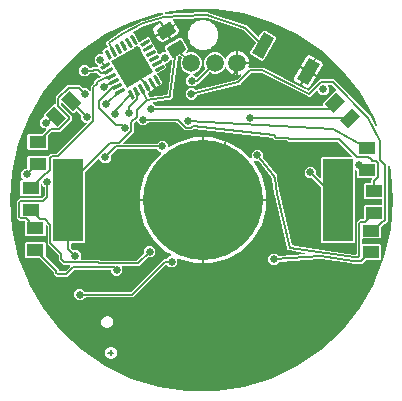
<source format=gbl>
G04 EAGLE Gerber RS-274X export*
G75*
%MOMM*%
%FSLAX34Y34*%
%LPD*%
%INBottom Copper*%
%IPPOS*%
%AMOC8*
5,1,8,0,0,1.08239X$1,22.5*%
G01*
G04 Define Apertures*
%ADD10C,0.152400*%
%ADD11R,2.540000X7.000000*%
%ADD12C,10.160000*%
%ADD13R,1.420200X1.031200*%
%ADD14R,1.031200X1.420200*%
%ADD15C,0.065000*%
%ADD16R,2.600000X2.600000*%
%ADD17R,2.000000X1.050000*%
%ADD18C,0.254000*%
%ADD19C,1.500000*%
%ADD20C,0.654800*%
%ADD21C,0.904800*%
G36*
X146907Y63028D02*
X147136Y63220D01*
X147272Y63485D01*
X147294Y63783D01*
X147249Y63962D01*
X144737Y70362D01*
X144688Y70463D01*
X132617Y91371D01*
X132553Y91464D01*
X117500Y110340D01*
X117424Y110422D01*
X99726Y126844D01*
X99638Y126913D01*
X79690Y140514D01*
X79593Y140570D01*
X57841Y151045D01*
X57737Y151086D01*
X34666Y158202D01*
X34557Y158227D01*
X10683Y161826D01*
X10572Y161834D01*
X-13572Y161834D01*
X-13683Y161826D01*
X-31838Y159089D01*
X-32118Y158987D01*
X-32337Y158783D01*
X-32458Y158511D01*
X-32464Y158212D01*
X-32353Y157935D01*
X-32142Y157724D01*
X-31866Y157611D01*
X-31676Y157599D01*
X-20030Y158376D01*
X-19880Y158417D01*
X-18804Y158458D01*
X-18782Y158459D01*
X-17725Y158529D01*
X-17554Y158505D01*
X2476Y159267D01*
X2780Y159345D01*
X3047Y159477D01*
X3414Y159352D01*
X3683Y159313D01*
X4071Y159328D01*
X4289Y159126D01*
X4559Y158965D01*
X36175Y148273D01*
X36418Y148233D01*
X36861Y148234D01*
X37032Y148064D01*
X37321Y147885D01*
X37549Y147808D01*
X37746Y147410D01*
X37889Y147211D01*
X46450Y138692D01*
X46699Y138528D01*
X46992Y138474D01*
X47284Y138539D01*
X47527Y138712D01*
X47628Y138849D01*
X50375Y143606D01*
X51594Y143933D01*
X61781Y138052D01*
X62108Y136832D01*
X51477Y118419D01*
X50257Y118092D01*
X40071Y123973D01*
X39744Y125193D01*
X44487Y133408D01*
X44582Y133691D01*
X44559Y133989D01*
X44367Y134315D01*
X34808Y143828D01*
X34519Y144006D01*
X3009Y154663D01*
X2740Y154702D01*
X-18544Y153892D01*
X-18565Y153891D01*
X-24918Y153468D01*
X-25206Y153389D01*
X-25441Y153204D01*
X-25585Y152943D01*
X-25615Y152646D01*
X-25518Y152344D01*
X-23772Y149320D01*
X-31361Y144939D01*
X-34980Y151208D01*
X-35077Y151152D01*
X-35072Y151269D01*
X-35175Y151549D01*
X-35380Y151766D01*
X-35653Y151886D01*
X-36035Y151870D01*
X-49620Y147647D01*
X-49740Y147598D01*
X-58976Y142858D01*
X-59210Y142672D01*
X-59351Y142409D01*
X-59380Y142112D01*
X-59290Y141827D01*
X-59096Y141600D01*
X-58828Y141466D01*
X-58725Y141439D01*
X-54766Y134582D01*
X-54568Y134359D01*
X-54299Y134230D01*
X-54001Y134216D01*
X-53742Y134308D01*
X-46885Y138266D01*
X-45406Y137870D01*
X-43665Y134855D01*
X-43749Y134542D01*
X-43767Y134244D01*
X-43668Y133963D01*
X-43466Y133742D01*
X-43218Y133624D01*
X-42906Y133540D01*
X-41165Y130525D01*
X-41249Y130212D01*
X-41267Y129914D01*
X-41168Y129633D01*
X-40966Y129412D01*
X-40718Y129293D01*
X-40406Y129210D01*
X-38665Y126194D01*
X-38749Y125882D01*
X-38767Y125584D01*
X-38668Y125302D01*
X-38466Y125082D01*
X-38218Y124963D01*
X-37906Y124880D01*
X-37313Y123854D01*
X-37116Y123630D01*
X-36846Y123501D01*
X-36548Y123488D01*
X-36268Y123591D01*
X-36134Y123698D01*
X-34359Y125473D01*
X-32127Y125473D01*
X-31834Y125532D01*
X-31588Y125701D01*
X-31427Y125953D01*
X-31377Y126247D01*
X-31477Y126598D01*
X-32602Y128547D01*
X-32003Y130783D01*
X-20100Y137655D01*
X-17865Y137056D01*
X-12897Y128453D01*
X-13496Y126217D01*
X-14344Y125727D01*
X-14567Y125530D01*
X-14696Y125260D01*
X-14710Y124962D01*
X-14606Y124682D01*
X-14401Y124465D01*
X-14128Y124345D01*
X-13830Y124341D01*
X-13682Y124385D01*
X-11730Y125193D01*
X-8140Y125193D01*
X-4824Y123820D01*
X-2285Y121281D01*
X-911Y117964D01*
X-911Y114374D01*
X-2285Y111058D01*
X-4824Y108519D01*
X-7714Y107322D01*
X-7961Y107155D01*
X-8124Y106905D01*
X-8177Y106611D01*
X-8110Y106320D01*
X-7957Y106099D01*
X-6193Y104335D01*
X-5944Y104170D01*
X-5651Y104115D01*
X-5359Y104179D01*
X-5132Y104335D01*
X1899Y111366D01*
X2063Y111615D01*
X2118Y111908D01*
X2061Y112183D01*
X1082Y114546D01*
X1082Y118136D01*
X2456Y121452D01*
X4995Y123991D01*
X8311Y125365D01*
X11901Y125365D01*
X15218Y123991D01*
X17757Y121452D01*
X18164Y120469D01*
X18331Y120222D01*
X18581Y120059D01*
X18875Y120007D01*
X19166Y120073D01*
X19408Y120248D01*
X19550Y120469D01*
X20266Y122199D01*
X23091Y125024D01*
X26781Y126552D01*
X28016Y126552D01*
X28016Y106472D01*
X26781Y106472D01*
X23091Y108001D01*
X20266Y110825D01*
X19621Y112384D01*
X19454Y112631D01*
X19204Y112794D01*
X18910Y112846D01*
X18619Y112780D01*
X18377Y112605D01*
X18235Y112383D01*
X17757Y111229D01*
X15218Y108691D01*
X11901Y107317D01*
X8311Y107317D01*
X5949Y108295D01*
X5656Y108352D01*
X5364Y108291D01*
X5131Y108133D01*
X-4167Y98834D01*
X-4954Y98834D01*
X-5246Y98775D01*
X-5484Y98614D01*
X-7776Y96322D01*
X-11751Y96322D01*
X-14562Y99133D01*
X-14562Y103107D01*
X-11671Y105998D01*
X-11506Y106247D01*
X-11451Y106541D01*
X-11515Y106832D01*
X-11688Y107076D01*
X-11914Y107222D01*
X-15047Y108519D01*
X-17585Y111058D01*
X-18959Y114374D01*
X-18959Y117964D01*
X-18055Y120148D01*
X-17997Y120441D01*
X-18059Y120733D01*
X-18227Y120976D01*
X-19451Y122153D01*
X-19703Y122313D01*
X-19997Y122362D01*
X-20346Y122262D01*
X-20987Y121892D01*
X-21211Y121694D01*
X-21356Y121337D01*
X-25258Y90639D01*
X-25328Y90086D01*
X-25551Y88333D01*
X-25551Y88333D01*
X-25632Y87698D01*
X-28342Y85041D01*
X-30229Y84839D01*
X-41964Y83584D01*
X-42249Y83493D01*
X-42475Y83299D01*
X-42609Y83032D01*
X-42627Y82734D01*
X-42528Y82453D01*
X-42415Y82307D01*
X-40070Y79963D01*
X-39821Y79798D01*
X-39539Y79743D01*
X100580Y79743D01*
X100873Y79802D01*
X101119Y79971D01*
X101280Y80223D01*
X101330Y80493D01*
X101330Y82001D01*
X112351Y93022D01*
X112559Y93164D01*
X112720Y93416D01*
X112770Y93710D01*
X112701Y94001D01*
X112551Y94217D01*
X109273Y97494D01*
X109024Y97659D01*
X108742Y97714D01*
X106720Y97714D01*
X106428Y97655D01*
X106182Y97486D01*
X106021Y97234D01*
X105971Y96940D01*
X106040Y96650D01*
X106190Y96434D01*
X106649Y95975D01*
X106649Y92000D01*
X103838Y89190D01*
X99863Y89190D01*
X97053Y92000D01*
X97053Y92009D01*
X96993Y92302D01*
X96825Y92548D01*
X96573Y92709D01*
X96279Y92759D01*
X95988Y92690D01*
X95772Y92540D01*
X91965Y88732D01*
X91824Y88537D01*
X91621Y88131D01*
X91403Y88058D01*
X91110Y87877D01*
X90947Y87714D01*
X90493Y87714D01*
X90256Y87676D01*
X89825Y87532D01*
X89619Y87635D01*
X89283Y87714D01*
X89053Y87714D01*
X88732Y88035D01*
X88537Y88176D01*
X49619Y107635D01*
X49283Y107714D01*
X41258Y107714D01*
X40965Y107655D01*
X40727Y107494D01*
X31881Y98648D01*
X31768Y98503D01*
X31473Y98012D01*
X31370Y97986D01*
X31022Y97789D01*
X30947Y97714D01*
X30374Y97714D01*
X30192Y97692D01*
X-4634Y88985D01*
X-4903Y88857D01*
X-5101Y88633D01*
X-5202Y88258D01*
X-5202Y88013D01*
X-8013Y85202D01*
X-11987Y85202D01*
X-14798Y88013D01*
X-14798Y91987D01*
X-11987Y94798D01*
X-8013Y94798D01*
X-6757Y93542D01*
X-6508Y93378D01*
X-6215Y93323D01*
X-6045Y93345D01*
X28630Y102014D01*
X28978Y102211D01*
X32316Y105549D01*
X32481Y105797D01*
X32535Y106091D01*
X32471Y106382D01*
X32299Y106626D01*
X32045Y106783D01*
X31750Y106828D01*
X31498Y106772D01*
X30775Y106472D01*
X29540Y106472D01*
X29540Y115750D01*
X38818Y115750D01*
X38818Y114515D01*
X38324Y113323D01*
X38267Y113030D01*
X38329Y112738D01*
X38499Y112493D01*
X38752Y112334D01*
X39017Y112286D01*
X49507Y112286D01*
X49744Y112325D01*
X50175Y112468D01*
X50381Y112365D01*
X50717Y112286D01*
X50947Y112286D01*
X51268Y111965D01*
X51463Y111824D01*
X85950Y94581D01*
X86239Y94503D01*
X86534Y94544D01*
X86791Y94697D01*
X86967Y94938D01*
X87035Y95228D01*
X86985Y95522D01*
X86824Y95774D01*
X86661Y95901D01*
X83464Y97747D01*
X89353Y107947D01*
X95440Y104433D01*
X90420Y95738D01*
X90351Y95532D01*
X90314Y95526D01*
X88150Y94947D01*
X87883Y94814D01*
X87689Y94587D01*
X87599Y94302D01*
X87627Y94005D01*
X87768Y93742D01*
X88009Y93551D01*
X89065Y93023D01*
X89353Y92946D01*
X89649Y92986D01*
X89931Y93164D01*
X91039Y94272D01*
X91204Y94520D01*
X91226Y94640D01*
X91298Y94648D01*
X91599Y94832D01*
X99053Y102286D01*
X110947Y102286D01*
X141110Y72123D01*
X141403Y71942D01*
X141621Y71869D01*
X141824Y71463D01*
X141965Y71268D01*
X142286Y70947D01*
X142286Y70717D01*
X142365Y70381D01*
X145880Y63353D01*
X146064Y63117D01*
X146325Y62973D01*
X146621Y62941D01*
X146907Y63028D01*
G37*
%LPC*%
G36*
X-1331Y127441D02*
X-1497Y127460D01*
X-2494Y127460D01*
X-3763Y127986D01*
X-3883Y128024D01*
X-5581Y128411D01*
X-6352Y129026D01*
X-6532Y129133D01*
X-7103Y129369D01*
X-8339Y130605D01*
X-8402Y130661D01*
X-10056Y131980D01*
X-10318Y132525D01*
X-10464Y132730D01*
X-10631Y132897D01*
X-11443Y134857D01*
X-11460Y134895D01*
X-12540Y137138D01*
X-12540Y142862D01*
X-11460Y145105D01*
X-11443Y145143D01*
X-10631Y147103D01*
X-10464Y147270D01*
X-10318Y147475D01*
X-10056Y148020D01*
X-8402Y149339D01*
X-8339Y149395D01*
X-7103Y150631D01*
X-6532Y150867D01*
X-6352Y150974D01*
X-5581Y151589D01*
X-3883Y151976D01*
X-3763Y152014D01*
X-2494Y152540D01*
X-1497Y152540D01*
X-1331Y152559D01*
X0Y152863D01*
X1331Y152559D01*
X1497Y152540D01*
X2494Y152540D01*
X3763Y152014D01*
X3883Y151976D01*
X5581Y151589D01*
X6352Y150974D01*
X6532Y150867D01*
X7103Y150631D01*
X8339Y149395D01*
X8402Y149339D01*
X10056Y148020D01*
X10318Y147475D01*
X10464Y147270D01*
X10631Y147103D01*
X11443Y145143D01*
X11460Y145105D01*
X12540Y142862D01*
X12540Y137138D01*
X11460Y134895D01*
X11443Y134857D01*
X10631Y132897D01*
X10464Y132730D01*
X10318Y132525D01*
X10056Y131980D01*
X8402Y130661D01*
X8339Y130605D01*
X7103Y129369D01*
X6532Y129133D01*
X6352Y129026D01*
X5581Y128411D01*
X3883Y128024D01*
X3763Y127986D01*
X2494Y127460D01*
X1497Y127460D01*
X1331Y127441D01*
X0Y127138D01*
X-1331Y127441D01*
G37*
G36*
X-42583Y143802D02*
X-41766Y146850D01*
X-36110Y150116D01*
X-32681Y144177D01*
X-40270Y139795D01*
X-42583Y143802D01*
G37*
G36*
X-30599Y143619D02*
X-23010Y148000D01*
X-20697Y143994D01*
X-21514Y140945D01*
X-27170Y137680D01*
X-30599Y143619D01*
G37*
G36*
X-37195Y134469D02*
X-39508Y138475D01*
X-31919Y142857D01*
X-28490Y136918D01*
X-34146Y133652D01*
X-37195Y134469D01*
G37*
G36*
X29540Y117274D02*
X29540Y126552D01*
X30775Y126552D01*
X34465Y125024D01*
X37289Y122199D01*
X38818Y118509D01*
X38818Y117274D01*
X29540Y117274D01*
G37*
G36*
X82709Y113542D02*
X87854Y122454D01*
X89886Y122999D01*
X94684Y120228D01*
X88795Y110028D01*
X82709Y113542D01*
G37*
G36*
X90115Y109266D02*
X96004Y119466D01*
X100802Y116696D01*
X101347Y114664D01*
X96202Y105752D01*
X90115Y109266D01*
G37*
G36*
X77346Y101279D02*
X76802Y103311D01*
X81947Y112223D01*
X88033Y108709D01*
X82144Y98509D01*
X77346Y101279D01*
G37*
%LPD*%
G36*
X10683Y-161826D02*
X34557Y-158227D01*
X34666Y-158202D01*
X57737Y-151086D01*
X57841Y-151045D01*
X79593Y-140570D01*
X79690Y-140514D01*
X99638Y-126913D01*
X99726Y-126844D01*
X117424Y-110422D01*
X117500Y-110340D01*
X132553Y-91464D01*
X132617Y-91371D01*
X144688Y-70463D01*
X144737Y-70362D01*
X153557Y-47888D01*
X153590Y-47780D01*
X158963Y-24243D01*
X158979Y-24132D01*
X160784Y-56D01*
X160784Y56D01*
X158979Y24132D01*
X158963Y24243D01*
X157934Y28749D01*
X157811Y29021D01*
X157592Y29223D01*
X157311Y29324D01*
X157013Y29307D01*
X156745Y29176D01*
X156550Y28950D01*
X156453Y28582D01*
X156453Y-17515D01*
X153775Y-20193D01*
X153351Y-20193D01*
X153058Y-20252D01*
X152820Y-20413D01*
X152281Y-20952D01*
X152074Y-21344D01*
X152073Y-21352D01*
X151524Y-21727D01*
X151417Y-21816D01*
X150809Y-22424D01*
X150677Y-22514D01*
X150517Y-22766D01*
X150466Y-23036D01*
X150466Y-31372D01*
X149573Y-32265D01*
X135490Y-32265D01*
X135198Y-32324D01*
X134951Y-32493D01*
X134791Y-32744D01*
X134740Y-33015D01*
X134740Y-36545D01*
X134800Y-36837D01*
X134968Y-37083D01*
X135220Y-37244D01*
X135490Y-37295D01*
X149573Y-37295D01*
X150466Y-38188D01*
X150466Y-49762D01*
X149573Y-50655D01*
X138297Y-50655D01*
X138005Y-50714D01*
X137767Y-50874D01*
X134925Y-53716D01*
X130770Y-53716D01*
X130477Y-53775D01*
X130323Y-53863D01*
X130209Y-53948D01*
X128783Y-53737D01*
X128783Y-53736D01*
X128699Y-53724D01*
X128589Y-53716D01*
X126151Y-53716D01*
X125891Y-53457D01*
X125642Y-53292D01*
X125471Y-53245D01*
X99552Y-49399D01*
X99387Y-49392D01*
X65128Y-51915D01*
X64841Y-51995D01*
X64653Y-52132D01*
X61987Y-54798D01*
X58013Y-54798D01*
X55202Y-51987D01*
X55202Y-48013D01*
X58013Y-45202D01*
X61987Y-45202D01*
X63942Y-47157D01*
X64191Y-47322D01*
X64528Y-47374D01*
X85953Y-45797D01*
X86240Y-45716D01*
X86473Y-45530D01*
X86615Y-45267D01*
X86644Y-44970D01*
X86554Y-44686D01*
X86360Y-44459D01*
X86008Y-44307D01*
X80748Y-43527D01*
X80748Y-43527D01*
X73442Y-42443D01*
X73162Y-42454D01*
X72801Y-42537D01*
X72534Y-42371D01*
X72247Y-42265D01*
X71935Y-42219D01*
X71715Y-41921D01*
X71509Y-41731D01*
X71194Y-41535D01*
X71123Y-41228D01*
X70995Y-40951D01*
X70807Y-40698D01*
X70862Y-40331D01*
X70850Y-40052D01*
X60797Y3329D01*
X60673Y3600D01*
X60662Y3611D01*
X60528Y4482D01*
X60517Y4537D01*
X60314Y5412D01*
X60338Y5476D01*
X60338Y5708D01*
X58496Y17631D01*
X58496Y17631D01*
X58303Y18874D01*
X58248Y19063D01*
X58219Y19129D01*
X58117Y19296D01*
X57896Y19570D01*
X46998Y33081D01*
X46768Y33271D01*
X46414Y33360D01*
X43630Y33360D01*
X43338Y33301D01*
X43092Y33132D01*
X42931Y32881D01*
X42881Y32586D01*
X42981Y32235D01*
X49705Y20588D01*
X53340Y7022D01*
X53340Y762D01*
X762Y762D01*
X762Y53340D01*
X7022Y53340D01*
X20588Y49705D01*
X32752Y42683D01*
X39762Y35672D01*
X40011Y35508D01*
X40304Y35453D01*
X40596Y35517D01*
X40839Y35690D01*
X40996Y35944D01*
X41042Y36203D01*
X41042Y40146D01*
X43853Y42956D01*
X47827Y42956D01*
X50638Y40146D01*
X50638Y36116D01*
X50697Y35823D01*
X50804Y35645D01*
X62465Y21188D01*
X62598Y21023D01*
X62822Y19572D01*
X63014Y18329D01*
X65011Y5404D01*
X65022Y5349D01*
X74968Y-37566D01*
X75092Y-37838D01*
X75312Y-38040D01*
X75588Y-38139D01*
X78931Y-38635D01*
X78931Y-38635D01*
X127898Y-45902D01*
X127898Y-45902D01*
X129124Y-46084D01*
X129422Y-46068D01*
X129690Y-45937D01*
X129886Y-45712D01*
X129984Y-45342D01*
X129984Y-45290D01*
X130113Y-45094D01*
X130168Y-44813D01*
X130168Y-18535D01*
X132846Y-15857D01*
X135405Y-15857D01*
X135698Y-15797D01*
X135944Y-15629D01*
X136105Y-15377D01*
X136155Y-15107D01*
X136155Y-4678D01*
X137048Y-3785D01*
X151131Y-3785D01*
X151424Y-3726D01*
X151670Y-3557D01*
X151831Y-3305D01*
X151881Y-3035D01*
X151881Y495D01*
X151822Y788D01*
X151653Y1034D01*
X151401Y1195D01*
X151131Y1245D01*
X137048Y1245D01*
X136155Y2138D01*
X136155Y13712D01*
X137048Y14605D01*
X141744Y14605D01*
X142037Y14664D01*
X142283Y14833D01*
X142444Y15085D01*
X142494Y15355D01*
X142494Y17293D01*
X142955Y17754D01*
X143120Y18003D01*
X143175Y18296D01*
X143110Y18588D01*
X142938Y18831D01*
X142684Y18988D01*
X142425Y19034D01*
X130926Y19034D01*
X130033Y19927D01*
X130033Y24669D01*
X129974Y24961D01*
X129814Y25199D01*
X129804Y25208D01*
X129555Y25373D01*
X129262Y25428D01*
X128971Y25364D01*
X128727Y25191D01*
X128570Y24937D01*
X128524Y24678D01*
X128524Y-35631D01*
X127631Y-36524D01*
X100969Y-36524D01*
X100076Y-35631D01*
X100076Y10842D01*
X100017Y11135D01*
X99856Y11373D01*
X92567Y18663D01*
X92318Y18827D01*
X92036Y18882D01*
X88843Y18882D01*
X86032Y21693D01*
X86032Y25668D01*
X88843Y28478D01*
X92818Y28478D01*
X95628Y25668D01*
X95628Y22377D01*
X95688Y22085D01*
X95848Y21847D01*
X98796Y18899D01*
X99045Y18734D01*
X99338Y18680D01*
X99630Y18744D01*
X99873Y18916D01*
X100030Y19170D01*
X100076Y19430D01*
X100076Y35631D01*
X100969Y36524D01*
X125705Y36524D01*
X125998Y36583D01*
X126244Y36752D01*
X126405Y37004D01*
X126455Y37298D01*
X126386Y37588D01*
X126236Y37804D01*
X114525Y49515D01*
X114276Y49679D01*
X113995Y49734D01*
X71660Y49734D01*
X70819Y50575D01*
X70570Y50740D01*
X70289Y50795D01*
X61126Y50795D01*
X59385Y52536D01*
X59137Y52700D01*
X58940Y52750D01*
X-7643Y60343D01*
X-7940Y60318D01*
X-8258Y60129D01*
X-9168Y59219D01*
X-15668Y59219D01*
X-22121Y65672D01*
X-22370Y65837D01*
X-22652Y65892D01*
X-46134Y65892D01*
X-46427Y65832D01*
X-46664Y65672D01*
X-48957Y63380D01*
X-52932Y63380D01*
X-55742Y66190D01*
X-55742Y66199D01*
X-55802Y66492D01*
X-55970Y66738D01*
X-56222Y66899D01*
X-56516Y66949D01*
X-56807Y66880D01*
X-57023Y66729D01*
X-58388Y65364D01*
X-58553Y65115D01*
X-58608Y64833D01*
X-58608Y57755D01*
X-67241Y49122D01*
X-67406Y48874D01*
X-67460Y48580D01*
X-67396Y48289D01*
X-67224Y48045D01*
X-66970Y47888D01*
X-66710Y47842D01*
X-39422Y47842D01*
X-39129Y47901D01*
X-38891Y48062D01*
X-36599Y50354D01*
X-32624Y50354D01*
X-29814Y47543D01*
X-29814Y45678D01*
X-29754Y45385D01*
X-29585Y45139D01*
X-29334Y44978D01*
X-29040Y44928D01*
X-28689Y45028D01*
X-20588Y49705D01*
X-7022Y53340D01*
X-762Y53340D01*
X-762Y762D01*
X-53340Y762D01*
X-53340Y7022D01*
X-49705Y20588D01*
X-42683Y32752D01*
X-35956Y39478D01*
X-35792Y39727D01*
X-35737Y40020D01*
X-35801Y40312D01*
X-35974Y40555D01*
X-36228Y40712D01*
X-36487Y40758D01*
X-36599Y40758D01*
X-38891Y43050D01*
X-39140Y43215D01*
X-39422Y43270D01*
X-72321Y43270D01*
X-72613Y43211D01*
X-72851Y43050D01*
X-77834Y38067D01*
X-77999Y37819D01*
X-78054Y37537D01*
X-78054Y34295D01*
X-80864Y31485D01*
X-84839Y31485D01*
X-87650Y34295D01*
X-87650Y34304D01*
X-87709Y34597D01*
X-87878Y34843D01*
X-88129Y35004D01*
X-88423Y35054D01*
X-88714Y34985D01*
X-88930Y34834D01*
X-99856Y23908D01*
X-100021Y23659D01*
X-100076Y23378D01*
X-100076Y-35631D01*
X-100969Y-36524D01*
X-111264Y-36524D01*
X-111557Y-36583D01*
X-111803Y-36752D01*
X-111964Y-37004D01*
X-112014Y-37274D01*
X-112014Y-39598D01*
X-111955Y-39890D01*
X-111794Y-40128D01*
X-109901Y-42021D01*
X-109652Y-42186D01*
X-109371Y-42241D01*
X-106129Y-42241D01*
X-103318Y-45052D01*
X-103318Y-49026D01*
X-103325Y-49033D01*
X-103490Y-49282D01*
X-103544Y-49575D01*
X-103480Y-49867D01*
X-103307Y-50110D01*
X-103054Y-50267D01*
X-102794Y-50313D01*
X-88129Y-50313D01*
X-87490Y-50952D01*
X-87241Y-51117D01*
X-86960Y-51172D01*
X-56208Y-51172D01*
X-55915Y-51112D01*
X-55678Y-50952D01*
X-50092Y-45367D01*
X-49927Y-45118D01*
X-49873Y-44837D01*
X-49873Y-41595D01*
X-47062Y-38784D01*
X-43087Y-38784D01*
X-40277Y-41595D01*
X-40277Y-45569D01*
X-43087Y-48380D01*
X-46329Y-48380D01*
X-46622Y-48439D01*
X-46859Y-48600D01*
X-54004Y-55744D01*
X-67819Y-55744D01*
X-68111Y-55803D01*
X-68357Y-55972D01*
X-68518Y-56223D01*
X-68568Y-56518D01*
X-68500Y-56808D01*
X-68349Y-57024D01*
X-68343Y-57030D01*
X-68343Y-61005D01*
X-71153Y-63816D01*
X-75128Y-63816D01*
X-77939Y-61005D01*
X-77939Y-59542D01*
X-77998Y-59249D01*
X-78167Y-59003D01*
X-78418Y-58842D01*
X-78689Y-58792D01*
X-108539Y-58792D01*
X-108832Y-58851D01*
X-109070Y-59011D01*
X-114896Y-64838D01*
X-117201Y-64838D01*
X-117374Y-64859D01*
X-118468Y-65119D01*
X-118743Y-64950D01*
X-119136Y-64838D01*
X-123781Y-64838D01*
X-126460Y-62160D01*
X-126460Y-60790D01*
X-126519Y-60497D01*
X-126679Y-60259D01*
X-138211Y-48728D01*
X-138460Y-48563D01*
X-138741Y-48508D01*
X-149610Y-48508D01*
X-150503Y-47615D01*
X-150503Y-36041D01*
X-149610Y-35148D01*
X-134146Y-35148D01*
X-133253Y-36041D01*
X-133253Y-46909D01*
X-133194Y-47202D01*
X-133033Y-47440D01*
X-121888Y-58585D01*
X-121888Y-59516D01*
X-121828Y-59809D01*
X-121660Y-60055D01*
X-121408Y-60216D01*
X-121138Y-60266D01*
X-118632Y-60266D01*
X-118458Y-60246D01*
X-117857Y-60103D01*
X-117667Y-60172D01*
X-117381Y-60161D01*
X-117091Y-60092D01*
X-117060Y-60104D01*
X-116762Y-60089D01*
X-116416Y-59893D01*
X-112689Y-56165D01*
X-112524Y-55917D01*
X-112470Y-55623D01*
X-112534Y-55332D01*
X-112706Y-55088D01*
X-112960Y-54931D01*
X-113220Y-54885D01*
X-118348Y-54885D01*
X-122286Y-50947D01*
X-122286Y-46490D01*
X-122345Y-46198D01*
X-122506Y-45960D01*
X-131572Y-36894D01*
X-131572Y-21798D01*
X-131631Y-21505D01*
X-131792Y-21267D01*
X-131973Y-21086D01*
X-132221Y-20921D01*
X-132515Y-20867D01*
X-132806Y-20931D01*
X-133050Y-21103D01*
X-133207Y-21357D01*
X-133253Y-21617D01*
X-133253Y-29225D01*
X-134146Y-30118D01*
X-149610Y-30118D01*
X-150503Y-29225D01*
X-150503Y-18403D01*
X-150562Y-18110D01*
X-150731Y-17864D01*
X-150983Y-17703D01*
X-151253Y-17653D01*
X-155045Y-17653D01*
X-157723Y-14975D01*
X-157723Y-875D01*
X-155045Y1803D01*
X-136581Y1803D01*
X-136289Y1862D01*
X-136051Y2023D01*
X-134304Y3770D01*
X-134139Y4019D01*
X-134084Y4300D01*
X-134084Y10963D01*
X-134143Y11255D01*
X-134304Y11493D01*
X-136145Y13334D01*
X-136394Y13499D01*
X-136687Y13553D01*
X-136979Y13489D01*
X-137222Y13317D01*
X-137379Y13063D01*
X-137425Y12804D01*
X-137425Y4678D01*
X-138318Y3785D01*
X-153782Y3785D01*
X-154675Y4678D01*
X-154675Y16252D01*
X-153782Y17145D01*
X-152961Y17145D01*
X-152669Y17204D01*
X-152422Y17373D01*
X-152261Y17625D01*
X-152211Y17919D01*
X-152280Y18209D01*
X-152431Y18425D01*
X-154110Y20105D01*
X-154110Y24079D01*
X-151299Y26890D01*
X-149375Y26890D01*
X-149082Y26950D01*
X-148836Y27118D01*
X-148675Y27370D01*
X-148625Y27640D01*
X-148625Y36592D01*
X-147732Y37485D01*
X-132268Y37485D01*
X-132155Y37372D01*
X-131906Y37207D01*
X-131612Y37152D01*
X-131321Y37216D01*
X-131094Y37372D01*
X-130453Y38013D01*
X-128894Y39572D01*
X-123972Y39572D01*
X-123679Y39631D01*
X-123441Y39792D01*
X-98785Y64448D01*
X-98620Y64697D01*
X-98566Y64990D01*
X-98630Y65282D01*
X-98802Y65525D01*
X-99056Y65682D01*
X-99316Y65728D01*
X-100367Y65728D01*
X-103178Y68539D01*
X-103178Y71780D01*
X-103237Y72073D01*
X-103397Y72311D01*
X-106759Y75673D01*
X-107008Y75837D01*
X-107302Y75892D01*
X-107593Y75828D01*
X-107820Y75673D01*
X-109572Y73921D01*
X-110834Y73921D01*
X-118965Y82052D01*
X-119214Y82216D01*
X-119507Y82271D01*
X-119799Y82207D01*
X-120042Y82034D01*
X-120199Y81780D01*
X-120245Y81521D01*
X-120245Y80840D01*
X-120186Y80547D01*
X-120025Y80309D01*
X-111343Y71627D01*
X-111343Y67839D01*
X-121313Y57869D01*
X-127782Y57869D01*
X-128075Y57810D01*
X-128313Y57649D01*
X-131155Y54807D01*
X-131320Y54558D01*
X-131375Y54276D01*
X-131375Y43408D01*
X-132268Y42515D01*
X-147732Y42515D01*
X-148625Y43408D01*
X-148625Y54982D01*
X-147732Y55875D01*
X-136864Y55875D01*
X-136571Y55934D01*
X-136333Y56095D01*
X-132808Y59620D01*
X-132643Y59869D01*
X-132588Y60162D01*
X-132652Y60454D01*
X-132825Y60697D01*
X-133079Y60854D01*
X-133338Y60901D01*
X-135110Y60901D01*
X-137921Y63711D01*
X-137921Y67686D01*
X-135080Y70527D01*
X-134935Y70556D01*
X-134689Y70725D01*
X-134528Y70976D01*
X-134478Y71270D01*
X-134547Y71561D01*
X-134698Y71777D01*
X-134773Y71852D01*
X-134773Y73115D01*
X-126588Y81299D01*
X-125567Y81299D01*
X-125275Y81359D01*
X-125028Y81527D01*
X-124868Y81779D01*
X-124817Y82049D01*
X-124817Y87381D01*
X-114847Y97351D01*
X-104476Y97351D01*
X-102131Y95006D01*
X-101882Y94841D01*
X-101601Y94786D01*
X-98359Y94786D01*
X-96386Y92813D01*
X-96137Y92648D01*
X-95844Y92594D01*
X-95552Y92658D01*
X-95309Y92830D01*
X-95152Y93084D01*
X-95106Y93343D01*
X-95106Y96577D01*
X-92645Y99037D01*
X-92480Y99286D01*
X-92426Y99580D01*
X-92479Y99799D01*
X-92325Y100257D01*
X-92286Y100496D01*
X-92286Y100947D01*
X-92121Y101112D01*
X-91940Y101404D01*
X-91866Y101625D01*
X-91462Y101826D01*
X-91266Y101967D01*
X-90947Y102286D01*
X-90713Y102286D01*
X-90379Y102364D01*
X-86809Y104139D01*
X-86574Y104322D01*
X-86429Y104583D01*
X-86397Y104880D01*
X-86483Y105166D01*
X-86674Y105395D01*
X-86939Y105532D01*
X-87143Y105561D01*
X-87264Y105561D01*
X-89664Y107961D01*
X-89913Y108126D01*
X-90195Y108181D01*
X-91525Y108181D01*
X-91818Y108122D01*
X-92055Y107961D01*
X-92433Y107584D01*
X-95265Y107584D01*
X-95558Y107524D01*
X-95795Y107364D01*
X-98088Y105072D01*
X-102063Y105072D01*
X-104873Y107882D01*
X-104873Y111857D01*
X-102063Y114668D01*
X-98088Y114668D01*
X-95795Y112375D01*
X-95547Y112211D01*
X-95265Y112156D01*
X-94638Y112156D01*
X-94345Y112215D01*
X-94107Y112375D01*
X-93730Y112753D01*
X-89422Y112753D01*
X-89130Y112812D01*
X-88883Y112981D01*
X-88698Y113309D01*
X-88613Y113624D01*
X-88595Y113922D01*
X-88694Y114204D01*
X-88807Y114349D01*
X-91624Y117165D01*
X-91624Y121140D01*
X-88813Y123951D01*
X-85316Y123951D01*
X-85024Y124010D01*
X-84777Y124179D01*
X-84617Y124430D01*
X-84567Y124725D01*
X-84667Y125076D01*
X-85266Y126115D01*
X-84870Y127594D01*
X-81855Y129335D01*
X-81701Y129294D01*
X-81403Y129276D01*
X-81121Y129375D01*
X-80901Y129576D01*
X-80776Y129847D01*
X-80768Y130146D01*
X-80832Y130346D01*
X-81528Y131779D01*
X-81584Y131875D01*
X-82003Y132487D01*
X-82007Y132715D01*
X-82044Y132823D01*
X-81805Y133515D01*
X-81776Y133623D01*
X-81640Y134351D01*
X-81481Y134515D01*
X-81431Y134618D01*
X-80773Y134939D01*
X-80677Y134994D01*
X-70777Y141774D01*
X-70569Y141988D01*
X-70532Y142067D01*
X-69843Y142421D01*
X-69762Y142469D01*
X-69112Y142914D01*
X-68930Y142917D01*
X-68748Y142982D01*
X-52447Y151348D01*
X-52214Y151534D01*
X-52134Y151653D01*
X-51479Y151857D01*
X-51359Y151906D01*
X-50747Y152220D01*
X-50467Y152189D01*
X-50311Y152220D01*
X-34444Y157152D01*
X-34102Y157374D01*
X-34065Y157416D01*
X-33918Y157675D01*
X-33882Y157972D01*
X-33966Y158258D01*
X-34154Y158490D01*
X-34418Y158629D01*
X-34742Y158652D01*
X-37557Y158227D01*
X-37666Y158202D01*
X-60737Y151086D01*
X-60841Y151045D01*
X-82593Y140570D01*
X-82690Y140514D01*
X-102638Y126913D01*
X-102726Y126844D01*
X-120424Y110422D01*
X-120500Y110340D01*
X-135553Y91464D01*
X-135617Y91371D01*
X-147688Y70463D01*
X-147737Y70362D01*
X-156557Y47888D01*
X-156590Y47780D01*
X-161963Y24243D01*
X-161979Y24132D01*
X-163784Y56D01*
X-163784Y-56D01*
X-161979Y-24132D01*
X-161963Y-24243D01*
X-156590Y-47780D01*
X-156557Y-47888D01*
X-147737Y-70362D01*
X-147688Y-70463D01*
X-135617Y-91371D01*
X-135553Y-91464D01*
X-120500Y-110340D01*
X-120424Y-110422D01*
X-102726Y-126844D01*
X-102638Y-126913D01*
X-82690Y-140514D01*
X-82593Y-140570D01*
X-60841Y-151045D01*
X-60737Y-151086D01*
X-37666Y-158202D01*
X-37557Y-158227D01*
X-13683Y-161826D01*
X-13572Y-161834D01*
X10572Y-161834D01*
X10683Y-161826D01*
G37*
%LPC*%
G36*
X762Y-53340D02*
X762Y-762D01*
X53340Y-762D01*
X53340Y-7022D01*
X49705Y-20588D01*
X42683Y-32752D01*
X32752Y-42683D01*
X20588Y-49705D01*
X7022Y-53340D01*
X762Y-53340D01*
G37*
G36*
X-106244Y-84759D02*
X-109055Y-81949D01*
X-109055Y-77974D01*
X-106244Y-75163D01*
X-102269Y-75163D01*
X-99977Y-77456D01*
X-99728Y-77620D01*
X-99447Y-77675D01*
X-61219Y-77675D01*
X-60926Y-77616D01*
X-60688Y-77456D01*
X-32876Y-49643D01*
X-31509Y-49643D01*
X-31216Y-49583D01*
X-30978Y-49423D01*
X-28686Y-47131D01*
X-27846Y-47131D01*
X-27554Y-47071D01*
X-27307Y-46903D01*
X-27147Y-46651D01*
X-27097Y-46357D01*
X-27165Y-46066D01*
X-27342Y-45826D01*
X-27471Y-45731D01*
X-32752Y-42683D01*
X-42683Y-32752D01*
X-49705Y-20588D01*
X-53340Y-7022D01*
X-53340Y-762D01*
X-762Y-762D01*
X-762Y-53340D01*
X-7022Y-53340D01*
X-20588Y-49705D01*
X-20776Y-49597D01*
X-21059Y-49502D01*
X-21356Y-49525D01*
X-21621Y-49662D01*
X-21812Y-49892D01*
X-21901Y-50246D01*
X-21901Y-53916D01*
X-24711Y-56727D01*
X-28686Y-56727D01*
X-30560Y-54853D01*
X-30809Y-54688D01*
X-31102Y-54634D01*
X-31394Y-54698D01*
X-31620Y-54853D01*
X-59014Y-82247D01*
X-99447Y-82247D01*
X-99739Y-82307D01*
X-99977Y-82467D01*
X-102269Y-84759D01*
X-106244Y-84759D01*
G37*
G36*
X-84160Y-107400D02*
X-86120Y-104703D01*
X-86120Y-101369D01*
X-84160Y-98672D01*
X-80990Y-97642D01*
X-77820Y-98672D01*
X-75860Y-101369D01*
X-75860Y-104703D01*
X-77820Y-107400D01*
X-80990Y-108430D01*
X-84160Y-107400D01*
G37*
G36*
X-81066Y-133573D02*
X-83026Y-130876D01*
X-83026Y-127543D01*
X-81066Y-124846D01*
X-77896Y-123816D01*
X-74726Y-124846D01*
X-72766Y-127543D01*
X-72766Y-130876D01*
X-74726Y-133573D01*
X-77896Y-134603D01*
X-81066Y-133573D01*
G37*
%LPD*%
G36*
X-30716Y89385D02*
X-30475Y89453D01*
X-30393Y89491D01*
X-30154Y89670D01*
X-30041Y89836D01*
X-30001Y89918D01*
X-29928Y90157D01*
X-26393Y117969D01*
X-26415Y118267D01*
X-26551Y118532D01*
X-26780Y118723D01*
X-27066Y118810D01*
X-27363Y118779D01*
X-27667Y118594D01*
X-30384Y115877D01*
X-31409Y115877D01*
X-31702Y115818D01*
X-31948Y115649D01*
X-32109Y115397D01*
X-32159Y115103D01*
X-32059Y114752D01*
X-31165Y113204D01*
X-31561Y111724D01*
X-38418Y107766D01*
X-38641Y107568D01*
X-38770Y107299D01*
X-38784Y107001D01*
X-38692Y106742D01*
X-34734Y99885D01*
X-35130Y98406D01*
X-38145Y96665D01*
X-38458Y96749D01*
X-38756Y96767D01*
X-39037Y96668D01*
X-39258Y96466D01*
X-39376Y96218D01*
X-39460Y95906D01*
X-42277Y94279D01*
X-42501Y94082D01*
X-42626Y93824D01*
X-42918Y92736D01*
X-44130Y92036D01*
X-47806Y98403D01*
X-49126Y97641D01*
X-45450Y91274D01*
X-46580Y90622D01*
X-46804Y90424D01*
X-46933Y90155D01*
X-46946Y89857D01*
X-46860Y89607D01*
X-46074Y88200D01*
X-45880Y87974D01*
X-45612Y87841D01*
X-45340Y87820D01*
X-30716Y89385D01*
G37*
D10*
X-75828Y-129045D02*
X-80145Y-129045D01*
X-77987Y-131203D02*
X-77987Y-126886D01*
D11*
X114300Y0D03*
X-114300Y0D03*
D12*
X0Y0D03*
D13*
X-146050Y10465D03*
X-146050Y-7925D03*
D14*
G36*
X110146Y74078D02*
X102854Y81370D01*
X112896Y91412D01*
X120188Y84120D01*
X110146Y74078D01*
G37*
G36*
X123150Y61074D02*
X115858Y68366D01*
X125900Y78408D01*
X133192Y71116D01*
X123150Y61074D01*
G37*
D13*
X144780Y7925D03*
X144780Y-10465D03*
D14*
G36*
X-115915Y69733D02*
X-123207Y62441D01*
X-133249Y72483D01*
X-125957Y79775D01*
X-115915Y69733D01*
G37*
G36*
X-102911Y82737D02*
X-110203Y75445D01*
X-120245Y85487D01*
X-112953Y92779D01*
X-102911Y82737D01*
G37*
D15*
X-73376Y89719D02*
X-66925Y93443D01*
X-73376Y89719D02*
X-74351Y91407D01*
X-67900Y95131D01*
X-66925Y93443D01*
X-72307Y90336D02*
X-73732Y90336D01*
X-74089Y90953D02*
X-71238Y90953D01*
X-70170Y91570D02*
X-74069Y91570D01*
X-73000Y92187D02*
X-69101Y92187D01*
X-68032Y92804D02*
X-71931Y92804D01*
X-70862Y93421D02*
X-66963Y93421D01*
X-67269Y94038D02*
X-69793Y94038D01*
X-68725Y94655D02*
X-67625Y94655D01*
X-69425Y97773D02*
X-75876Y94049D01*
X-76851Y95737D01*
X-70400Y99461D01*
X-69425Y97773D01*
X-74807Y94666D02*
X-76232Y94666D01*
X-76589Y95283D02*
X-73738Y95283D01*
X-72670Y95900D02*
X-76569Y95900D01*
X-75500Y96517D02*
X-71601Y96517D01*
X-70532Y97134D02*
X-74431Y97134D01*
X-73362Y97751D02*
X-69463Y97751D01*
X-69769Y98368D02*
X-72293Y98368D01*
X-71225Y98985D02*
X-70125Y98985D01*
X-71925Y102103D02*
X-78376Y98379D01*
X-79351Y100067D01*
X-72900Y103791D01*
X-71925Y102103D01*
X-77307Y98996D02*
X-78732Y98996D01*
X-79089Y99613D02*
X-76238Y99613D01*
X-75170Y100230D02*
X-79069Y100230D01*
X-78000Y100847D02*
X-74101Y100847D01*
X-73032Y101464D02*
X-76931Y101464D01*
X-75862Y102081D02*
X-71963Y102081D01*
X-72269Y102698D02*
X-74793Y102698D01*
X-73725Y103315D02*
X-72625Y103315D01*
X-74425Y106433D02*
X-80876Y102709D01*
X-81851Y104397D01*
X-75400Y108121D01*
X-74425Y106433D01*
X-79807Y103326D02*
X-81232Y103326D01*
X-81589Y103943D02*
X-78738Y103943D01*
X-77670Y104560D02*
X-81569Y104560D01*
X-80500Y105177D02*
X-76601Y105177D01*
X-75532Y105794D02*
X-79431Y105794D01*
X-78362Y106411D02*
X-74463Y106411D01*
X-74769Y107028D02*
X-77293Y107028D01*
X-76225Y107645D02*
X-75125Y107645D01*
X-76925Y110763D02*
X-83376Y107039D01*
X-84351Y108727D01*
X-77900Y112451D01*
X-76925Y110763D01*
X-82307Y107656D02*
X-83732Y107656D01*
X-84089Y108273D02*
X-81238Y108273D01*
X-80170Y108890D02*
X-84069Y108890D01*
X-83000Y109507D02*
X-79101Y109507D01*
X-78032Y110124D02*
X-81931Y110124D01*
X-80862Y110741D02*
X-76963Y110741D01*
X-77269Y111358D02*
X-79793Y111358D01*
X-78725Y111975D02*
X-77625Y111975D01*
X-79425Y115093D02*
X-85876Y111369D01*
X-86851Y113057D01*
X-80400Y116781D01*
X-79425Y115093D01*
X-84807Y111986D02*
X-86232Y111986D01*
X-86589Y112603D02*
X-83738Y112603D01*
X-82670Y113220D02*
X-86569Y113220D01*
X-85500Y113837D02*
X-81601Y113837D01*
X-80532Y114454D02*
X-84431Y114454D01*
X-83362Y115071D02*
X-79463Y115071D01*
X-79769Y115688D02*
X-82293Y115688D01*
X-81225Y116305D02*
X-80125Y116305D01*
X-52101Y130869D02*
X-45650Y134593D01*
X-52101Y130869D02*
X-53076Y132557D01*
X-46625Y136281D01*
X-45650Y134593D01*
X-51032Y131486D02*
X-52457Y131486D01*
X-52814Y132103D02*
X-49963Y132103D01*
X-48895Y132720D02*
X-52794Y132720D01*
X-51725Y133337D02*
X-47826Y133337D01*
X-46757Y133954D02*
X-50656Y133954D01*
X-49587Y134571D02*
X-45688Y134571D01*
X-45994Y135188D02*
X-48518Y135188D01*
X-47450Y135805D02*
X-46350Y135805D01*
X-43150Y130263D02*
X-49601Y126539D01*
X-50576Y128227D01*
X-44125Y131951D01*
X-43150Y130263D01*
X-48532Y127156D02*
X-49957Y127156D01*
X-50314Y127773D02*
X-47463Y127773D01*
X-46395Y128390D02*
X-50294Y128390D01*
X-49225Y129007D02*
X-45326Y129007D01*
X-44257Y129624D02*
X-48156Y129624D01*
X-47087Y130241D02*
X-43188Y130241D01*
X-43494Y130858D02*
X-46018Y130858D01*
X-44950Y131475D02*
X-43850Y131475D01*
X-40650Y125933D02*
X-47101Y122209D01*
X-48076Y123897D01*
X-41625Y127621D01*
X-40650Y125933D01*
X-46032Y122826D02*
X-47457Y122826D01*
X-47814Y123443D02*
X-44963Y123443D01*
X-43895Y124060D02*
X-47794Y124060D01*
X-46725Y124677D02*
X-42826Y124677D01*
X-41757Y125294D02*
X-45656Y125294D01*
X-44587Y125911D02*
X-40688Y125911D01*
X-40994Y126528D02*
X-43518Y126528D01*
X-42450Y127145D02*
X-41350Y127145D01*
X-38150Y121603D02*
X-44601Y117879D01*
X-45576Y119567D01*
X-39125Y123291D01*
X-38150Y121603D01*
X-43532Y118496D02*
X-44957Y118496D01*
X-45314Y119113D02*
X-42463Y119113D01*
X-41395Y119730D02*
X-45294Y119730D01*
X-44225Y120347D02*
X-40326Y120347D01*
X-39257Y120964D02*
X-43156Y120964D01*
X-42087Y121581D02*
X-38188Y121581D01*
X-38494Y122198D02*
X-41018Y122198D01*
X-39950Y122815D02*
X-38850Y122815D01*
X-35650Y117273D02*
X-42101Y113549D01*
X-43076Y115237D01*
X-36625Y118961D01*
X-35650Y117273D01*
X-41032Y114166D02*
X-42457Y114166D01*
X-42814Y114783D02*
X-39963Y114783D01*
X-38895Y115400D02*
X-42794Y115400D01*
X-41725Y116017D02*
X-37826Y116017D01*
X-36757Y116634D02*
X-40656Y116634D01*
X-39587Y117251D02*
X-35688Y117251D01*
X-35994Y117868D02*
X-38518Y117868D01*
X-37450Y118485D02*
X-36350Y118485D01*
X-33150Y112943D02*
X-39601Y109219D01*
X-40576Y110907D01*
X-34125Y114631D01*
X-33150Y112943D01*
X-38532Y109836D02*
X-39957Y109836D01*
X-40314Y110453D02*
X-37463Y110453D01*
X-36395Y111070D02*
X-40294Y111070D01*
X-39225Y111687D02*
X-35326Y111687D01*
X-34257Y112304D02*
X-38156Y112304D01*
X-37087Y112921D02*
X-33188Y112921D01*
X-33494Y113538D02*
X-36018Y113538D01*
X-34950Y114155D02*
X-33850Y114155D01*
X-40443Y106076D02*
X-36719Y99625D01*
X-38407Y98650D01*
X-42131Y105101D01*
X-40443Y106076D01*
X-38763Y99267D02*
X-37339Y99267D01*
X-36869Y99884D02*
X-39119Y99884D01*
X-39476Y100501D02*
X-37225Y100501D01*
X-37581Y101118D02*
X-39832Y101118D01*
X-40188Y101735D02*
X-37937Y101735D01*
X-38293Y102352D02*
X-40544Y102352D01*
X-40900Y102969D02*
X-38649Y102969D01*
X-39006Y103586D02*
X-41256Y103586D01*
X-41613Y104203D02*
X-39362Y104203D01*
X-39718Y104820D02*
X-41969Y104820D01*
X-41549Y105437D02*
X-40074Y105437D01*
X-40430Y106054D02*
X-40481Y106054D01*
X-44773Y103576D02*
X-41049Y97125D01*
X-42737Y96150D01*
X-46461Y102601D01*
X-44773Y103576D01*
X-43093Y96767D02*
X-41669Y96767D01*
X-41199Y97384D02*
X-43449Y97384D01*
X-43806Y98001D02*
X-41555Y98001D01*
X-41911Y98618D02*
X-44162Y98618D01*
X-44518Y99235D02*
X-42267Y99235D01*
X-42623Y99852D02*
X-44874Y99852D01*
X-45230Y100469D02*
X-42979Y100469D01*
X-43336Y101086D02*
X-45586Y101086D01*
X-45943Y101703D02*
X-43692Y101703D01*
X-44048Y102320D02*
X-46299Y102320D01*
X-45879Y102937D02*
X-44404Y102937D01*
X-44760Y103554D02*
X-44811Y103554D01*
X-49103Y101076D02*
X-45379Y94625D01*
X-47067Y93650D01*
X-50791Y100101D01*
X-49103Y101076D01*
X-47423Y94267D02*
X-45999Y94267D01*
X-45529Y94884D02*
X-47779Y94884D01*
X-48136Y95501D02*
X-45885Y95501D01*
X-46241Y96118D02*
X-48492Y96118D01*
X-48848Y96735D02*
X-46597Y96735D01*
X-46953Y97352D02*
X-49204Y97352D01*
X-49560Y97969D02*
X-47309Y97969D01*
X-47666Y98586D02*
X-49916Y98586D01*
X-50273Y99203D02*
X-48022Y99203D01*
X-48378Y99820D02*
X-50629Y99820D01*
X-50209Y100437D02*
X-48734Y100437D01*
X-49090Y101054D02*
X-49141Y101054D01*
X-53433Y98576D02*
X-49709Y92125D01*
X-51397Y91150D01*
X-55121Y97601D01*
X-53433Y98576D01*
X-51753Y91767D02*
X-50329Y91767D01*
X-49859Y92384D02*
X-52109Y92384D01*
X-52466Y93001D02*
X-50215Y93001D01*
X-50571Y93618D02*
X-52822Y93618D01*
X-53178Y94235D02*
X-50927Y94235D01*
X-51283Y94852D02*
X-53534Y94852D01*
X-53890Y95469D02*
X-51639Y95469D01*
X-51996Y96086D02*
X-54246Y96086D01*
X-54603Y96703D02*
X-52352Y96703D01*
X-52708Y97320D02*
X-54959Y97320D01*
X-54539Y97937D02*
X-53064Y97937D01*
X-53420Y98554D02*
X-53471Y98554D01*
X-57763Y96076D02*
X-54039Y89625D01*
X-55727Y88650D01*
X-59451Y95101D01*
X-57763Y96076D01*
X-56083Y89267D02*
X-54659Y89267D01*
X-54189Y89884D02*
X-56439Y89884D01*
X-56796Y90501D02*
X-54545Y90501D01*
X-54901Y91118D02*
X-57152Y91118D01*
X-57508Y91735D02*
X-55257Y91735D01*
X-55613Y92352D02*
X-57864Y92352D01*
X-58220Y92969D02*
X-55969Y92969D01*
X-56326Y93586D02*
X-58576Y93586D01*
X-58933Y94203D02*
X-56682Y94203D01*
X-57038Y94820D02*
X-59289Y94820D01*
X-58869Y95437D02*
X-57394Y95437D01*
X-57750Y96054D02*
X-57801Y96054D01*
X-62093Y93576D02*
X-58369Y87125D01*
X-60057Y86150D01*
X-63781Y92601D01*
X-62093Y93576D01*
X-60413Y86767D02*
X-58989Y86767D01*
X-58519Y87384D02*
X-60769Y87384D01*
X-61126Y88001D02*
X-58875Y88001D01*
X-59231Y88618D02*
X-61482Y88618D01*
X-61838Y89235D02*
X-59587Y89235D01*
X-59943Y89852D02*
X-62194Y89852D01*
X-62550Y90469D02*
X-60299Y90469D01*
X-60656Y91086D02*
X-62906Y91086D01*
X-63263Y91703D02*
X-61012Y91703D01*
X-61368Y92320D02*
X-63619Y92320D01*
X-63199Y92937D02*
X-61724Y92937D01*
X-62080Y93554D02*
X-62131Y93554D01*
X-77869Y120899D02*
X-81593Y127350D01*
X-77869Y120899D02*
X-79557Y119924D01*
X-83281Y126375D01*
X-81593Y127350D01*
X-79913Y120541D02*
X-78489Y120541D01*
X-78019Y121158D02*
X-80269Y121158D01*
X-80626Y121775D02*
X-78375Y121775D01*
X-78731Y122392D02*
X-80982Y122392D01*
X-81338Y123009D02*
X-79087Y123009D01*
X-79443Y123626D02*
X-81694Y123626D01*
X-82050Y124243D02*
X-79799Y124243D01*
X-80156Y124860D02*
X-82406Y124860D01*
X-82763Y125477D02*
X-80512Y125477D01*
X-80868Y126094D02*
X-83119Y126094D01*
X-82699Y126711D02*
X-81224Y126711D01*
X-81580Y127328D02*
X-81631Y127328D01*
X-77263Y129850D02*
X-73539Y123399D01*
X-75227Y122424D01*
X-78951Y128875D01*
X-77263Y129850D01*
X-75583Y123041D02*
X-74159Y123041D01*
X-73689Y123658D02*
X-75939Y123658D01*
X-76296Y124275D02*
X-74045Y124275D01*
X-74401Y124892D02*
X-76652Y124892D01*
X-77008Y125509D02*
X-74757Y125509D01*
X-75113Y126126D02*
X-77364Y126126D01*
X-77720Y126743D02*
X-75469Y126743D01*
X-75826Y127360D02*
X-78076Y127360D01*
X-78433Y127977D02*
X-76182Y127977D01*
X-76538Y128594D02*
X-78789Y128594D01*
X-78369Y129211D02*
X-76894Y129211D01*
X-77250Y129828D02*
X-77301Y129828D01*
X-72933Y132350D02*
X-69209Y125899D01*
X-70897Y124924D01*
X-74621Y131375D01*
X-72933Y132350D01*
X-71253Y125541D02*
X-69829Y125541D01*
X-69359Y126158D02*
X-71609Y126158D01*
X-71966Y126775D02*
X-69715Y126775D01*
X-70071Y127392D02*
X-72322Y127392D01*
X-72678Y128009D02*
X-70427Y128009D01*
X-70783Y128626D02*
X-73034Y128626D01*
X-73390Y129243D02*
X-71139Y129243D01*
X-71496Y129860D02*
X-73746Y129860D01*
X-74103Y130477D02*
X-71852Y130477D01*
X-72208Y131094D02*
X-74459Y131094D01*
X-74039Y131711D02*
X-72564Y131711D01*
X-72920Y132328D02*
X-72971Y132328D01*
X-68603Y134850D02*
X-64879Y128399D01*
X-66567Y127424D01*
X-70291Y133875D01*
X-68603Y134850D01*
X-66923Y128041D02*
X-65499Y128041D01*
X-65029Y128658D02*
X-67279Y128658D01*
X-67636Y129275D02*
X-65385Y129275D01*
X-65741Y129892D02*
X-67992Y129892D01*
X-68348Y130509D02*
X-66097Y130509D01*
X-66453Y131126D02*
X-68704Y131126D01*
X-69060Y131743D02*
X-66809Y131743D01*
X-67166Y132360D02*
X-69416Y132360D01*
X-69773Y132977D02*
X-67522Y132977D01*
X-67878Y133594D02*
X-70129Y133594D01*
X-69709Y134211D02*
X-68234Y134211D01*
X-68590Y134828D02*
X-68641Y134828D01*
X-64273Y137350D02*
X-60549Y130899D01*
X-62237Y129924D01*
X-65961Y136375D01*
X-64273Y137350D01*
X-62593Y130541D02*
X-61169Y130541D01*
X-60699Y131158D02*
X-62949Y131158D01*
X-63306Y131775D02*
X-61055Y131775D01*
X-61411Y132392D02*
X-63662Y132392D01*
X-64018Y133009D02*
X-61767Y133009D01*
X-62123Y133626D02*
X-64374Y133626D01*
X-64730Y134243D02*
X-62479Y134243D01*
X-62836Y134860D02*
X-65086Y134860D01*
X-65443Y135477D02*
X-63192Y135477D01*
X-63548Y136094D02*
X-65799Y136094D01*
X-65379Y136711D02*
X-63904Y136711D01*
X-64260Y137328D02*
X-64311Y137328D01*
X-59943Y139850D02*
X-56219Y133399D01*
X-57907Y132424D01*
X-61631Y138875D01*
X-59943Y139850D01*
X-58263Y133041D02*
X-56839Y133041D01*
X-56369Y133658D02*
X-58619Y133658D01*
X-58976Y134275D02*
X-56725Y134275D01*
X-57081Y134892D02*
X-59332Y134892D01*
X-59688Y135509D02*
X-57437Y135509D01*
X-57793Y136126D02*
X-60044Y136126D01*
X-60400Y136743D02*
X-58149Y136743D01*
X-58506Y137360D02*
X-60756Y137360D01*
X-61113Y137977D02*
X-58862Y137977D01*
X-59218Y138594D02*
X-61469Y138594D01*
X-61049Y139211D02*
X-59574Y139211D01*
X-59930Y139828D02*
X-59981Y139828D01*
D16*
G36*
X-55242Y130758D02*
X-42242Y108242D01*
X-64758Y95242D01*
X-77758Y117758D01*
X-55242Y130758D01*
G37*
D17*
G36*
X41380Y124978D02*
X51379Y142298D01*
X60472Y137048D01*
X50473Y119728D01*
X41380Y124978D01*
G37*
G36*
X79528Y102953D02*
X89527Y120273D01*
X98620Y115023D01*
X88621Y97703D01*
X79528Y102953D01*
G37*
D18*
X-34684Y137741D02*
X-38494Y144340D01*
X-28596Y150055D01*
X-24786Y143456D01*
X-34684Y137741D01*
X-36077Y140154D02*
X-30505Y140154D01*
X-26326Y142567D02*
X-37470Y142567D01*
X-37386Y144980D02*
X-25666Y144980D01*
X-27059Y147393D02*
X-33206Y147393D01*
X-29027Y149806D02*
X-28452Y149806D01*
X-29604Y128942D02*
X-25794Y122343D01*
X-29604Y128942D02*
X-19706Y134657D01*
X-15896Y128058D01*
X-25794Y122343D01*
X-27187Y124756D02*
X-21615Y124756D01*
X-17436Y127169D02*
X-28580Y127169D01*
X-28496Y129582D02*
X-16776Y129582D01*
X-18169Y131995D02*
X-24316Y131995D01*
X-20137Y134408D02*
X-19562Y134408D01*
D19*
X-9935Y116169D03*
X10106Y116341D03*
X28778Y116512D03*
D13*
X-140000Y49195D03*
X-140000Y30805D03*
X-141878Y-23438D03*
X-141878Y-41828D03*
X138658Y44104D03*
X138658Y25714D03*
X141841Y-25585D03*
X141841Y-43975D03*
D20*
X-56001Y127332D03*
X-46268Y142496D03*
D10*
X-60000Y113000D02*
X-48085Y97363D01*
X-60000Y113000D02*
X-56001Y127332D01*
X71123Y49193D02*
X74380Y45936D01*
X70807Y49193D02*
X70000Y50000D01*
X70807Y49193D02*
X71123Y49193D01*
X74380Y45936D02*
X74380Y45251D01*
X76714Y42918D01*
X19947Y53051D02*
X0Y0D01*
D20*
X19947Y53051D03*
D10*
X25207Y101944D02*
X28778Y116512D01*
X-15560Y92303D02*
X-15560Y87697D01*
X-15560Y92303D02*
X-12303Y95560D01*
X-7697Y95560D01*
X-6223Y94086D01*
X25207Y101944D01*
D20*
X20220Y83017D03*
D10*
X-10880Y83017D01*
X-15560Y87697D01*
X-27660Y89869D02*
X-22750Y128500D01*
X-27660Y89869D02*
X-27676Y89758D01*
X-27696Y89648D01*
X-27720Y89539D01*
X-27748Y89430D01*
X-27779Y89323D01*
X-27814Y89217D01*
X-27853Y89112D01*
X-27896Y89009D01*
X-27942Y88907D01*
X-27992Y88807D01*
X-28045Y88709D01*
X-28101Y88612D01*
X-28161Y88518D01*
X-28225Y88426D01*
X-28291Y88336D01*
X-28361Y88249D01*
X-28433Y88164D01*
X-28509Y88081D01*
X-28587Y88002D01*
X-28669Y87925D01*
X-28752Y87851D01*
X-28839Y87780D01*
X-28928Y87712D01*
X-29019Y87648D01*
X-29112Y87586D01*
X-29208Y87528D01*
X-29305Y87473D01*
X-29404Y87422D01*
X-29505Y87374D01*
X-29608Y87330D01*
X-29712Y87290D01*
X-29818Y87253D01*
X-29925Y87220D01*
X-30033Y87191D01*
X-30141Y87165D01*
X-30251Y87144D01*
X-30361Y87126D01*
X-30472Y87112D01*
X-47091Y85334D01*
X-9935Y116169D02*
X-22750Y128500D01*
D20*
X90830Y23680D03*
D10*
X91422Y23040D02*
X107231Y7231D01*
X91422Y23040D02*
X90830Y23680D01*
D21*
X-116444Y18375D03*
X-120642Y-20853D03*
X113069Y-20801D03*
X115530Y18997D03*
D10*
X-114300Y0D02*
X-116444Y18375D01*
X-114300Y0D02*
X-120642Y-20853D01*
X113069Y-20801D02*
X114285Y-254D01*
X114300Y0D01*
X107231Y7231D01*
X114300Y0D02*
X115530Y18997D01*
X-47091Y85334D02*
X-52415Y94863D01*
X-47091Y85334D02*
X-56262Y76164D01*
X-56262Y70723D01*
X-60894Y66091D01*
X-60894Y58702D01*
X-114300Y12697D02*
X-114300Y0D01*
X-70992Y48604D02*
X-60894Y58702D01*
X-78393Y48604D02*
X-114300Y12697D01*
X-78393Y48604D02*
X-70992Y48604D01*
D20*
X-108116Y-47039D03*
D10*
X-114300Y-40855D02*
X-114300Y0D01*
X-114300Y-40855D02*
X-108116Y-47039D01*
X140818Y36111D02*
X140925Y36084D01*
X141030Y36054D01*
X141135Y36020D01*
X141238Y35982D01*
X141340Y35940D01*
X141441Y35896D01*
X141540Y35847D01*
X141637Y35796D01*
X141732Y35741D01*
X141825Y35682D01*
X141916Y35621D01*
X142005Y35556D01*
X142092Y35489D01*
X142177Y35418D01*
X142258Y35345D01*
X142338Y35268D01*
X142414Y35190D01*
X142488Y35108D01*
X142559Y35024D01*
X142627Y34937D01*
X142692Y34849D01*
X142754Y34758D01*
X142812Y34665D01*
X142868Y34570D01*
X142920Y34473D01*
X142968Y34374D01*
X143014Y34274D01*
X143055Y34172D01*
X143093Y34069D01*
X143128Y33964D01*
X143159Y33859D01*
X143186Y33752D01*
X143210Y33645D01*
X143230Y33537D01*
X143246Y33428D01*
X143258Y33319D01*
X143266Y33209D01*
X62073Y53081D02*
X60252Y54902D01*
X62073Y53081D02*
X71546Y53081D01*
X72607Y52020D01*
X148045Y31817D02*
X148045Y19611D01*
X148045Y31817D02*
X146706Y33156D01*
X144780Y16346D02*
X144780Y7925D01*
X143319Y33156D02*
X146706Y33156D01*
X143319Y33156D02*
X143266Y33209D01*
X140818Y36111D02*
X140267Y36662D01*
X130610Y36662D01*
X115253Y52020D02*
X72607Y52020D01*
X144780Y16346D02*
X148045Y19611D01*
X130610Y36662D02*
X115253Y52020D01*
X60252Y54902D02*
X-8839Y62781D01*
X-10115Y61505D01*
X-14721Y61505D01*
D20*
X-50944Y68178D03*
D10*
X-21394Y68178D02*
X-14721Y61505D01*
X-21394Y68178D02*
X-50944Y68178D01*
D20*
X-66454Y61005D03*
D10*
X-68983Y63534D01*
X-73804Y63534D01*
X-73138Y96755D02*
X-75348Y96755D01*
X-88292Y78022D02*
X-73804Y63534D01*
X-88292Y78022D02*
X-88292Y83810D01*
X-75348Y96755D01*
X-79571Y132981D02*
X-68628Y140474D01*
X-50549Y149752D01*
X-32946Y155224D01*
X-18674Y156175D01*
X3211Y157008D01*
X35920Y145946D01*
X50926Y131013D01*
X-76245Y126137D02*
X-79571Y132981D01*
D20*
X-32372Y120675D03*
D10*
X-39363Y116255D01*
D20*
X-9764Y101120D03*
D10*
X-5114Y101120D02*
X10106Y116341D01*
X-5114Y101120D02*
X-9764Y101120D01*
D20*
X-34612Y45556D03*
X-82852Y36283D03*
D10*
X-73578Y45556D01*
X-34612Y45556D01*
D20*
X-98380Y70526D03*
D10*
X-111578Y83724D01*
X-111578Y84112D01*
X128807Y-48348D02*
X128916Y-48362D01*
X129025Y-48372D01*
X129134Y-48379D01*
X129244Y-48382D01*
X129354Y-48381D01*
X129463Y-48376D01*
X129573Y-48368D01*
X129682Y-48356D01*
X129790Y-48340D01*
X129898Y-48320D01*
X130005Y-48296D01*
X130111Y-48269D01*
X130217Y-48239D01*
X130321Y-48204D01*
X130424Y-48166D01*
X130525Y-48125D01*
X130625Y-48080D01*
X130724Y-48031D01*
X130820Y-47979D01*
X130915Y-47924D01*
X131008Y-47866D01*
X131099Y-47804D01*
X131187Y-47740D01*
X131274Y-47672D01*
X131358Y-47602D01*
X131439Y-47528D01*
X131518Y-47452D01*
X131594Y-47373D01*
X131668Y-47292D01*
X131738Y-47208D01*
X131806Y-47121D01*
X131871Y-47033D01*
X131932Y-46942D01*
X131990Y-46849D01*
X132046Y-46754D01*
X132097Y-46658D01*
X132146Y-46559D01*
X132191Y-46459D01*
X132232Y-46358D01*
X132270Y-46255D01*
X79840Y-41081D02*
X73208Y-40097D01*
X62770Y4943D01*
X59896Y20731D02*
X45840Y38158D01*
X59896Y20731D02*
X59965Y20644D01*
X60030Y20553D01*
X60092Y20461D01*
X60150Y20367D01*
X60206Y20270D01*
X60258Y20172D01*
X60306Y20072D01*
X60351Y19970D01*
X60393Y19867D01*
X60430Y19762D01*
X60464Y19656D01*
X60495Y19549D01*
X60521Y19441D01*
X60544Y19332D01*
X60563Y19223D01*
X62770Y4943D01*
D20*
X45840Y38158D03*
D10*
X132454Y-19482D02*
X133793Y-18143D01*
X137102Y-18143D02*
X144780Y-10465D01*
X137102Y-18143D02*
X133793Y-18143D01*
X132454Y-46070D02*
X132270Y-46255D01*
X132454Y-46070D02*
X132454Y-19482D01*
X128806Y-48348D02*
X79840Y-41081D01*
D20*
X131798Y30000D03*
D10*
X136084Y25714D02*
X138658Y25714D01*
X136084Y25714D02*
X131798Y30000D01*
D20*
X101851Y93988D03*
D10*
X-124582Y71108D02*
X-133123Y65699D01*
D20*
X-133123Y65699D03*
X-74248Y73208D03*
D10*
X-74087Y76851D02*
X-61075Y89863D01*
X-74087Y76851D02*
X-74248Y73208D01*
X-113900Y95065D02*
X-122531Y86434D01*
D20*
X-100346Y89988D03*
D10*
X-129040Y60155D02*
X-140000Y49195D01*
X-129040Y60155D02*
X-122260Y60155D01*
X-122531Y79582D02*
X-122531Y86434D01*
X-113900Y95065D02*
X-105423Y95065D01*
X-100346Y89988D01*
D20*
X-82342Y81217D03*
D10*
X-70638Y92425D01*
X-113629Y70680D02*
X-113629Y68786D01*
X-122260Y60155D01*
X-113629Y70680D02*
X-122531Y79582D01*
X-140000Y30805D02*
X-149312Y22092D01*
D20*
X-149312Y22092D03*
X-104257Y-79961D03*
X-26699Y-51929D03*
D10*
X-59961Y-79961D02*
X-104257Y-79961D01*
X-59961Y-79961D02*
X-31929Y-51929D01*
X-26699Y-51929D01*
D20*
X-131798Y15773D03*
D10*
X-155437Y-14028D02*
X-154098Y-15367D01*
X-155437Y-14028D02*
X-155437Y-1822D01*
X-154098Y-483D01*
X-135324Y-483D01*
X-149949Y-15367D02*
X-141878Y-23438D01*
X-149949Y-15367D02*
X-154098Y-15367D01*
X-135324Y-483D02*
X-131798Y3043D01*
X-131798Y15773D01*
D20*
X-62684Y74147D03*
D10*
X-55567Y85963D02*
X-55567Y89114D01*
X-56745Y90292D01*
X-56745Y92363D01*
X-62684Y78846D02*
X-62684Y74147D01*
X-62684Y78846D02*
X-55567Y85963D01*
X-124174Y-61213D02*
X-122835Y-62552D01*
X-118276Y-62552D01*
X-118076Y-62676D01*
X-117557Y-62552D01*
X-115843Y-62552D01*
X-124174Y-59532D02*
X-141878Y-41828D01*
X-124174Y-59532D02*
X-124174Y-61213D01*
X-115843Y-62552D02*
X-109797Y-56506D01*
D20*
X-73141Y-59018D03*
D10*
X-75653Y-56506D01*
X-109797Y-56506D01*
X110000Y60000D02*
X138658Y44104D01*
X110000Y60000D02*
X-12418Y67065D01*
D20*
X-12418Y67065D03*
D10*
X-92783Y110467D02*
X-93380Y109870D01*
X-85556Y107847D02*
X-80638Y109745D01*
D20*
X-100075Y109870D03*
D10*
X-93380Y109870D01*
X-92783Y110467D02*
X-88937Y110467D01*
X-86317Y107847D02*
X-85556Y107847D01*
X-86317Y107847D02*
X-88937Y110467D01*
X141841Y-25585D02*
X150000Y-20000D01*
X152828Y-17907D02*
X154167Y-16568D01*
X150000Y34173D02*
X150000Y50000D01*
X152093Y-17907D02*
X150000Y-20000D01*
X152093Y-17907D02*
X152828Y-17907D01*
X154167Y-16568D02*
X154167Y30006D01*
X150000Y34173D01*
X150000Y50000D02*
X140000Y70000D01*
X110000Y100000D01*
X100000Y100000D01*
X90000Y90000D01*
X50000Y110000D01*
X40000Y110000D01*
X30000Y100000D01*
X-10000Y90000D01*
D20*
X-10000Y90000D03*
X-86826Y119153D03*
D10*
X-83138Y114075D01*
D20*
X60000Y-50000D03*
D10*
X129767Y-51430D02*
X133979Y-51430D01*
X129767Y-51430D02*
X129608Y-51548D01*
X128813Y-51430D01*
X127098Y-51430D01*
X126799Y-51131D01*
X99555Y-47088D01*
X60000Y-50000D01*
X141434Y-43975D02*
X141841Y-43975D01*
X141434Y-43975D02*
X133979Y-51430D01*
X-137979Y-15996D02*
X-146050Y-7925D01*
X-137979Y-15996D02*
X-133830Y-15996D01*
X-120000Y-45233D02*
X-120000Y-50000D01*
X-120000Y-45233D02*
X-129286Y-35947D01*
X-129286Y-20540D02*
X-133830Y-15996D01*
X-129286Y-20540D02*
X-129286Y-35947D01*
X-120000Y-50000D02*
X-117401Y-52599D01*
X-89076Y-52599D01*
X-88218Y-53458D01*
X-54950Y-53458D01*
X-45075Y-43582D01*
D20*
X-45075Y-43582D03*
D10*
X-127947Y37286D02*
X-129286Y35947D01*
X-133152Y23363D02*
X-146050Y10465D01*
X-133152Y23363D02*
X-131952Y23363D01*
X-127947Y37286D02*
X-122714Y37286D01*
X-129286Y26029D02*
X-131952Y23363D01*
X-129286Y26029D02*
X-129286Y35947D01*
X-90000Y98450D02*
X-90000Y100000D01*
X-82904Y103527D01*
X-78138Y105415D01*
X-90000Y98450D02*
X-92820Y95630D01*
X-92820Y67180D02*
X-122714Y37286D01*
X-92820Y67180D02*
X-92820Y95630D01*
X106233Y77457D02*
X111521Y82745D01*
X106233Y77457D02*
X-44349Y77457D01*
D20*
X-44349Y77457D03*
X-83623Y96343D03*
D10*
X-75638Y101085D01*
X40259Y69741D02*
X124525Y69741D01*
X40259Y69741D02*
X40000Y70000D01*
D20*
X40000Y70000D03*
M02*

</source>
